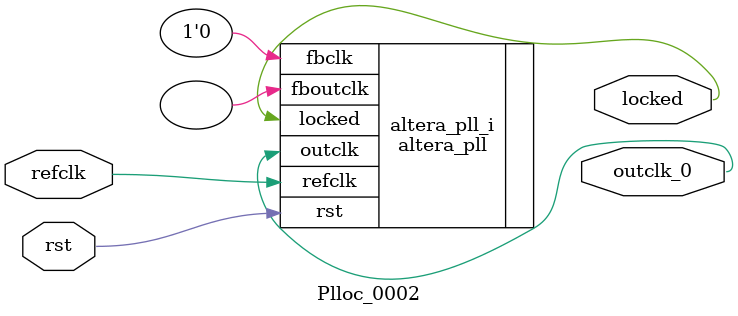
<source format=v>
`timescale 1ns/10ps
module  Plloc_0002(

	// interface 'refclk'
	input wire refclk,

	// interface 'reset'
	input wire rst,

	// interface 'outclk0'
	output wire outclk_0,

	// interface 'locked'
	output wire locked
);

	altera_pll #(
		.fractional_vco_multiplier("false"),
		.reference_clock_frequency("50.0 MHz"),
		.operation_mode("direct"),
		.number_of_clocks(1),
		.output_clock_frequency0("90.000000 MHz"),
		.phase_shift0("0 ps"),
		.duty_cycle0(50),
		.output_clock_frequency1("0 MHz"),
		.phase_shift1("0 ps"),
		.duty_cycle1(50),
		.output_clock_frequency2("0 MHz"),
		.phase_shift2("0 ps"),
		.duty_cycle2(50),
		.output_clock_frequency3("0 MHz"),
		.phase_shift3("0 ps"),
		.duty_cycle3(50),
		.output_clock_frequency4("0 MHz"),
		.phase_shift4("0 ps"),
		.duty_cycle4(50),
		.output_clock_frequency5("0 MHz"),
		.phase_shift5("0 ps"),
		.duty_cycle5(50),
		.output_clock_frequency6("0 MHz"),
		.phase_shift6("0 ps"),
		.duty_cycle6(50),
		.output_clock_frequency7("0 MHz"),
		.phase_shift7("0 ps"),
		.duty_cycle7(50),
		.output_clock_frequency8("0 MHz"),
		.phase_shift8("0 ps"),
		.duty_cycle8(50),
		.output_clock_frequency9("0 MHz"),
		.phase_shift9("0 ps"),
		.duty_cycle9(50),
		.output_clock_frequency10("0 MHz"),
		.phase_shift10("0 ps"),
		.duty_cycle10(50),
		.output_clock_frequency11("0 MHz"),
		.phase_shift11("0 ps"),
		.duty_cycle11(50),
		.output_clock_frequency12("0 MHz"),
		.phase_shift12("0 ps"),
		.duty_cycle12(50),
		.output_clock_frequency13("0 MHz"),
		.phase_shift13("0 ps"),
		.duty_cycle13(50),
		.output_clock_frequency14("0 MHz"),
		.phase_shift14("0 ps"),
		.duty_cycle14(50),
		.output_clock_frequency15("0 MHz"),
		.phase_shift15("0 ps"),
		.duty_cycle15(50),
		.output_clock_frequency16("0 MHz"),
		.phase_shift16("0 ps"),
		.duty_cycle16(50),
		.output_clock_frequency17("0 MHz"),
		.phase_shift17("0 ps"),
		.duty_cycle17(50),
		.pll_type("General"),
		.pll_subtype("General")
	) altera_pll_i (
		.rst	(rst),
		.outclk	({outclk_0}),
		.locked	(locked),
		.fboutclk	( ),
		.fbclk	(1'b0),
		.refclk	(refclk)
	);
endmodule


</source>
